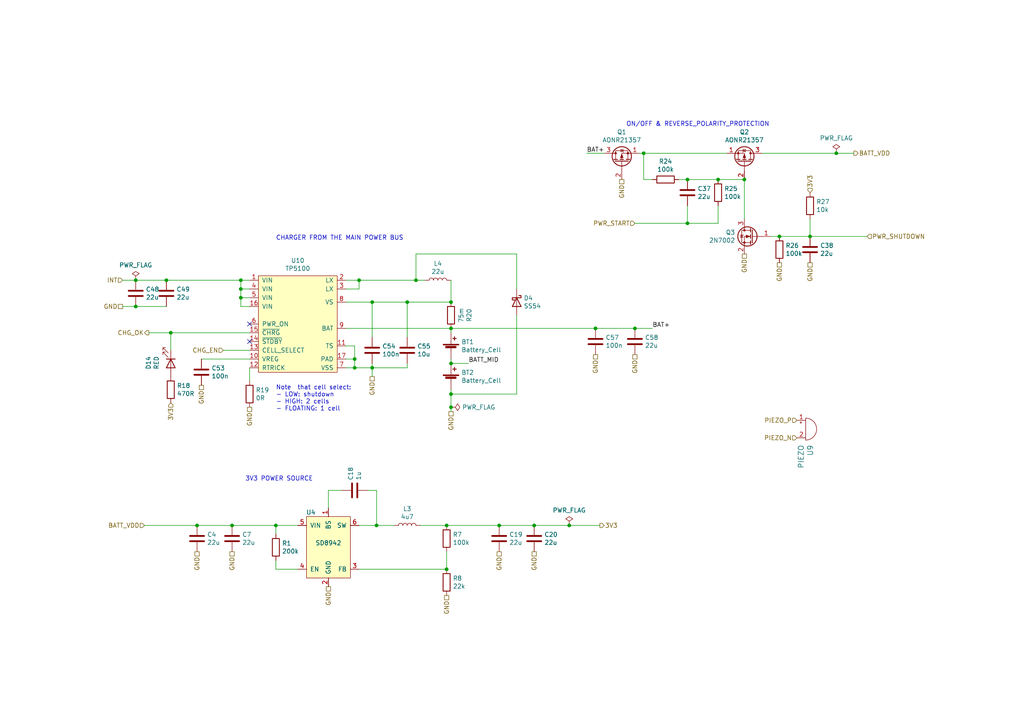
<source format=kicad_sch>
(kicad_sch (version 20230121) (generator eeschema)
  (paper "A4")
  (lib_symbols
    (symbol "Device:Battery_Cell" (pin_numbers hide) (pin_names (offset 0) hide)
      (property "Reference" "BT" (at 2.54 2.54 0))
      (property "Value" "Device_Battery_Cell" (at 2.54 0 0))
      (symbol "Battery_Cell_0_1"
        (rectangle (start -2.286 1.778) (end 2.286 1.524) (fill (type outline)))
        (rectangle (start -1.5748 1.1938) (end 1.4732 0.6858) (fill (type outline)))
        (polyline (pts (xy 0 0.762) (xy 0 0)))
        (polyline (pts (xy 0 1.778) (xy 0 2.54)))
        (polyline (pts (xy 0.508 3.429) (xy 1.524 3.429)) (stroke (width 0.254)))
        (polyline (pts (xy 1.016 3.937) (xy 1.016 2.921)) (stroke (width 0.254)))
      )
      (symbol "Battery_Cell_1_1"
        (pin passive line (at 0 5.08 270) (length 2.54) (name "+") (number "1"))
        (pin passive line (at 0 -2.54 90) (length 2.54) (name "-") (number "2"))
      )
    )
    (symbol "Device:Buzzer" (pin_names (offset 0.0254) hide)
      (property "Reference" "BZ" (at 3.81 1.27 0))
      (property "Value" "Device_Buzzer" (at 3.81 -1.27 0))
      (symbol "Buzzer_0_1"
        (arc (start 0 -3.175) (mid 3.1612 0) (end 0 3.175))
        (polyline (pts (xy -1.651 1.905) (xy -1.143 1.905)))
        (polyline (pts (xy -1.397 2.159) (xy -1.397 1.651)))
        (polyline (pts (xy 0 3.175) (xy 0 -3.175)))
      )
      (symbol "Buzzer_1_1"
        (pin passive line (at -2.54 2.54 0) (length 2.54) (name "-") (number "1"))
        (pin passive line (at -2.54 -2.54 0) (length 2.54) (name "+") (number "2"))
      )
    )
    (symbol "Device:C" (pin_numbers hide) (pin_names (offset 0.254))
      (property "Reference" "C" (at 0.635 2.54 0))
      (property "Value" "Device_C" (at 0.635 -2.54 0))
      (symbol "C_0_1"
        (polyline (pts (xy -2.032 -0.762) (xy 2.032 -0.762)) (stroke (width 0.508)))
        (polyline (pts (xy -2.032 0.762) (xy 2.032 0.762)) (stroke (width 0.508)))
      )
      (symbol "C_1_1"
        (pin passive line (at 0 3.81 270) (length 2.794) (name "~") (number "1"))
        (pin passive line (at 0 -3.81 90) (length 2.794) (name "~") (number "2"))
      )
    )
    (symbol "Device:D_Schottky" (pin_numbers hide) (pin_names (offset 1.016) hide)
      (property "Reference" "D" (at 0 2.54 0))
      (property "Value" "Device_D_Schottky" (at 0 -2.54 0))
      (symbol "D_Schottky_0_1"
        (polyline (pts (xy 1.27 0) (xy -1.27 0)))
        (polyline (pts (xy 1.27 1.27) (xy 1.27 -1.27) (xy -1.27 0) (xy 1.27 1.27)) (stroke (width 0.254)))
        (polyline (pts (xy -1.905 0.635) (xy -1.905 1.27) (xy -1.27 1.27) (xy -1.27 -1.27) (xy -0.635 -1.27) (xy -0.635 -0.635)) (stroke (width 0.254)))
      )
      (symbol "D_Schottky_1_1"
        (pin passive line (at -3.81 0 0) (length 2.54) (name "K") (number "1"))
        (pin passive line (at 3.81 0 180) (length 2.54) (name "A") (number "2"))
      )
    )
    (symbol "Device:L" (pin_numbers hide) (pin_names (offset 1.016) hide)
      (property "Reference" "L" (at -1.27 0 90))
      (property "Value" "Device_L" (at 1.905 0 90))
      (symbol "L_0_1"
        (arc (start 0 -2.54) (mid 0.6323 -1.905) (end 0 -1.27))
        (arc (start 0 -1.27) (mid 0.6323 -0.635) (end 0 0))
        (arc (start 0 0) (mid 0.6323 0.635) (end 0 1.27))
        (arc (start 0 1.27) (mid 0.6323 1.905) (end 0 2.54))
      )
      (symbol "L_1_1"
        (pin passive line (at 0 3.81 270) (length 1.27) (name "1") (number "1"))
        (pin passive line (at 0 -3.81 90) (length 1.27) (name "2") (number "2"))
      )
    )
    (symbol "Device:LED" (pin_numbers hide) (pin_names (offset 1.016) hide)
      (property "Reference" "D" (at 0 2.54 0))
      (property "Value" "Device_LED" (at 0 -2.54 0))
      (symbol "LED_0_1"
        (polyline (pts (xy -1.27 -1.27) (xy -1.27 1.27)) (stroke (width 0.254)))
        (polyline (pts (xy -1.27 0) (xy 1.27 0)))
        (polyline (pts (xy 1.27 -1.27) (xy 1.27 1.27) (xy -1.27 0) (xy 1.27 -1.27)) (stroke (width 0.254)))
        (polyline (pts (xy -3.048 -0.762) (xy -4.572 -2.286) (xy -3.81 -2.286) (xy -4.572 -2.286) (xy -4.572 -1.524)))
        (polyline (pts (xy -1.778 -0.762) (xy -3.302 -2.286) (xy -2.54 -2.286) (xy -3.302 -2.286) (xy -3.302 -1.524)))
      )
      (symbol "LED_1_1"
        (pin passive line (at -3.81 0 0) (length 2.54) (name "K") (number "1"))
        (pin passive line (at 3.81 0 180) (length 2.54) (name "A") (number "2"))
      )
    )
    (symbol "Device:Q_PMOS_SGD" (pin_names (offset 0) hide)
      (property "Reference" "Q" (at 5.08 1.27 0))
      (property "Value" "Device_Q_PMOS_SGD" (at 5.08 -1.27 0))
      (symbol "Q_PMOS_SGD_0_1"
        (polyline (pts (xy 0.254 0) (xy -2.54 0)))
        (polyline (pts (xy 0.254 1.905) (xy 0.254 -1.905)) (stroke (width 0.254)))
        (polyline (pts (xy 0.762 -1.27) (xy 0.762 -2.286)) (stroke (width 0.254)))
        (polyline (pts (xy 0.762 0.508) (xy 0.762 -0.508)) (stroke (width 0.254)))
        (polyline (pts (xy 0.762 2.286) (xy 0.762 1.27)) (stroke (width 0.254)))
        (polyline (pts (xy 2.54 2.54) (xy 2.54 1.778)))
        (polyline (pts (xy 2.54 -2.54) (xy 2.54 0) (xy 0.762 0)))
        (polyline (pts (xy 0.762 1.778) (xy 3.302 1.778) (xy 3.302 -1.778) (xy 0.762 -1.778)))
        (polyline (pts (xy 2.286 0) (xy 1.27 0.381) (xy 1.27 -0.381) (xy 2.286 0)) (fill (type outline)))
        (polyline (pts (xy 2.794 -0.508) (xy 2.921 -0.381) (xy 3.683 -0.381) (xy 3.81 -0.254)))
        (polyline (pts (xy 3.302 -0.381) (xy 2.921 0.254) (xy 3.683 0.254) (xy 3.302 -0.381)))
        (circle (center 1.651 0) (radius 2.794) (stroke (width 0.254)))
        (circle (center 2.54 -1.778) (radius 0.254) (fill (type outline)))
        (circle (center 2.54 1.778) (radius 0.254) (fill (type outline)))
      )
      (symbol "Q_PMOS_SGD_1_1"
        (pin passive line (at 2.54 -5.08 90) (length 2.54) (name "S") (number "1"))
        (pin input line (at -5.08 0 0) (length 2.54) (name "G") (number "2"))
        (pin passive line (at 2.54 5.08 270) (length 2.54) (name "D") (number "3"))
      )
    )
    (symbol "Device:R" (pin_numbers hide) (pin_names (offset 0))
      (property "Reference" "R" (at 2.032 0 90))
      (property "Value" "Device_R" (at 0 0 90))
      (symbol "R_0_1"
        (rectangle (start -1.016 -2.54) (end 1.016 2.54) (stroke (width 0.254)))
      )
      (symbol "R_1_1"
        (pin passive line (at 0 3.81 270) (length 1.27) (name "~") (number "1"))
        (pin passive line (at 0 -3.81 90) (length 1.27) (name "~") (number "2"))
      )
    )
    (symbol "Transistor_FET:2N7002" (pin_names hide)
      (property "Reference" "Q" (at 5.08 1.905 0))
      (property "Value" "Transistor_FET_2N7002" (at 5.08 0 0))
      (symbol "2N7002_0_1"
        (polyline (pts (xy 0.254 0) (xy -2.54 0)))
        (polyline (pts (xy 0.254 1.905) (xy 0.254 -1.905)) (stroke (width 0.254)))
        (polyline (pts (xy 0.762 -1.27) (xy 0.762 -2.286)) (stroke (width 0.254)))
        (polyline (pts (xy 0.762 0.508) (xy 0.762 -0.508)) (stroke (width 0.254)))
        (polyline (pts (xy 0.762 2.286) (xy 0.762 1.27)) (stroke (width 0.254)))
        (polyline (pts (xy 2.54 2.54) (xy 2.54 1.778)))
        (polyline (pts (xy 2.54 -2.54) (xy 2.54 0) (xy 0.762 0)))
        (polyline (pts (xy 0.762 -1.778) (xy 3.302 -1.778) (xy 3.302 1.778) (xy 0.762 1.778)))
        (polyline (pts (xy 1.016 0) (xy 2.032 0.381) (xy 2.032 -0.381) (xy 1.016 0)) (fill (type outline)))
        (polyline (pts (xy 2.794 0.508) (xy 2.921 0.381) (xy 3.683 0.381) (xy 3.81 0.254)))
        (polyline (pts (xy 3.302 0.381) (xy 2.921 -0.254) (xy 3.683 -0.254) (xy 3.302 0.381)))
        (circle (center 1.651 0) (radius 2.794) (stroke (width 0.254)))
        (circle (center 2.54 -1.778) (radius 0.254) (fill (type outline)))
        (circle (center 2.54 1.778) (radius 0.254) (fill (type outline)))
      )
      (symbol "2N7002_1_1"
        (pin input line (at -5.08 0 0) (length 2.54) (name "G") (number "1"))
        (pin passive line (at 2.54 -5.08 90) (length 2.54) (name "S") (number "2"))
        (pin passive line (at 2.54 5.08 270) (length 2.54) (name "D") (number "3"))
      )
    )
    (symbol "power:PWR_FLAG" (power) (pin_numbers hide) (pin_names (offset 0) hide)
      (property "Value" "power_PWR_FLAG" (at 0 3.81 0))
      (symbol "PWR_FLAG_0_0"
        (pin power_out line (at 0 0 90) (length 0) (name "pwr") (number "1"))
      )
      (symbol "PWR_FLAG_0_1"
        (polyline (pts (xy 0 0) (xy 0 1.27) (xy -1.016 1.905) (xy 0 2.54) (xy 1.016 1.905) (xy 0 1.27)))
      )
    )
    (symbol "rofi:SD8942" (pin_names (offset 1.016))
      (property "Reference" "U" (at -5.08 6.35 0))
      (property "Value" "SD8942" (at 0 -3.81 0))
      (symbol "SD8942_0_1"
        (rectangle (start -6.35 5.08) (end 6.35 -12.7) (fill (type background)))
      )
      (symbol "SD8942_1_1"
        (pin passive line (at 0 7.62 270) (length 2.54) (name "BS") (number "1"))
        (pin power_in line (at 0 -15.24 90) (length 2.54) (name "GND") (number "2"))
        (pin input line (at 8.89 -10.16 180) (length 2.54) (name "FB") (number "3"))
        (pin input line (at -8.89 -10.16 0) (length 2.54) (name "EN") (number "4"))
        (pin power_in line (at -8.89 2.54 0) (length 2.54) (name "VIN") (number "5"))
        (pin passive line (at 8.89 2.54 180) (length 2.54) (name "SW") (number "6"))
      )
    )
    (symbol "rofi:TP5100" (pin_names (offset 1.016))
      (property "Reference" "U" (at 8.89 15.24 0))
      (property "Value" "TP5100" (at -7.62 15.24 0))
      (symbol "TP5100_0_1"
        (rectangle (start -11.43 13.97) (end 11.43 -13.97) (fill (type background)))
      )
      (symbol "TP5100_1_1"
        (pin power_in line (at -13.97 12.7 0) (length 2.54) (name "VIN") (number "1"))
        (pin power_out line (at -13.97 -10.16 0) (length 2.54) (name "VREG") (number "10"))
        (pin input line (at 13.97 -6.35 180) (length 2.54) (name "TS") (number "11"))
        (pin input line (at -13.97 -12.7 0) (length 2.54) (name "RTRICK") (number "12"))
        (pin input line (at -13.97 -7.62 0) (length 2.54) (name "CELL_SELECT") (number "13"))
        (pin open_collector line (at -13.97 -5.08 0) (length 2.54) (name "~{STDBY}") (number "14"))
        (pin open_collector line (at -13.97 -2.54 0) (length 2.54) (name "~{CHRG}") (number "15"))
        (pin power_in line (at -13.97 5.08 0) (length 2.54) (name "VIN") (number "16"))
        (pin passive line (at 13.97 -10.16 180) (length 2.54) (name "PAD") (number "17"))
        (pin passive line (at 13.97 12.7 180) (length 2.54) (name "LX") (number "2"))
        (pin passive line (at 13.97 10.16 180) (length 2.54) (name "LX") (number "3"))
        (pin power_in line (at -13.97 10.16 0) (length 2.54) (name "VIN") (number "4"))
        (pin power_in line (at -13.97 7.62 0) (length 2.54) (name "VIN") (number "5"))
        (pin input line (at -13.97 0 0) (length 2.54) (name "PWR_ON") (number "6"))
        (pin power_in line (at 13.97 -12.7 180) (length 2.54) (name "VSS") (number "7"))
        (pin input line (at 13.97 6.35 180) (length 2.54) (name "VS") (number "8"))
        (pin power_out line (at 13.97 -1.27 180) (length 2.54) (name "BAT") (number "9"))
      )
    )
  )
  (junction (at 104.14 81.28))
  (junction (at 130.81 87.63))
  (junction (at 109.22 152.4))
  (junction (at 69.85 81.28))
  (junction (at 80.01 152.4))
  (junction (at 242.57 44.45))
  (junction (at 129.54 165.1))
  (junction (at 226.06 68.58))
  (junction (at 102.87 104.14))
  (junction (at 208.28 52.07))
  (junction (at 69.85 86.36))
  (junction (at 49.53 96.52))
  (junction (at 199.39 52.07))
  (junction (at 186.69 44.45))
  (junction (at 107.95 106.68))
  (junction (at 69.85 83.82))
  (junction (at 172.72 95.25))
  (junction (at 199.39 64.77))
  (junction (at 215.9 52.07))
  (junction (at 130.81 114.3))
  (junction (at 130.81 95.25))
  (junction (at 107.95 87.63))
  (junction (at 118.11 87.63))
  (junction (at 102.87 106.68))
  (junction (at 48.26 81.28))
  (junction (at 165.1 152.4))
  (junction (at 67.31 152.4))
  (junction (at 154.94 152.4))
  (junction (at 129.54 152.4))
  (junction (at 39.37 88.9))
  (junction (at 130.81 105.41))
  (junction (at 120.65 81.28))
  (junction (at 130.81 118.11))
  (junction (at 184.15 95.25))
  (junction (at 57.15 152.4))
  (junction (at 234.95 68.58))
  (junction (at 144.78 152.4))
  (junction (at 39.37 81.28))
  (no_connect (at 72.39 99.06))
  (no_connect (at 72.39 93.98))
  (wire (pts (xy 106.68 142.24) (xy 109.22 142.24)))
  (wire (pts (xy 186.69 44.45) (xy 186.69 52.07)))
  (wire (pts (xy 199.39 64.77) (xy 208.28 64.77)))
  (wire (pts (xy 109.22 142.24) (xy 109.22 152.4)))
  (wire (pts (xy 69.85 86.36) (xy 69.85 83.82)))
  (wire (pts (xy 234.95 63.5) (xy 234.95 68.58)))
  (wire (pts (xy 130.81 104.14) (xy 130.81 105.41)))
  (wire (pts (xy 48.26 88.9) (xy 39.37 88.9)))
  (wire (pts (xy 69.85 88.9) (xy 69.85 86.36)))
  (wire (pts (xy 35.56 81.28) (xy 39.37 81.28)))
  (wire (pts (xy 39.37 88.9) (xy 35.56 88.9)))
  (wire (pts (xy 170.18 44.45) (xy 175.26 44.45)))
  (wire (pts (xy 109.22 152.4) (xy 104.14 152.4)))
  (wire (pts (xy 72.39 88.9) (xy 69.85 88.9)))
  (wire (pts (xy 242.57 44.45) (xy 247.65 44.45)))
  (wire (pts (xy 199.39 59.69) (xy 199.39 64.77)))
  (wire (pts (xy 86.36 152.4) (xy 80.01 152.4)))
  (wire (pts (xy 184.15 64.77) (xy 199.39 64.77)))
  (wire (pts (xy 149.86 73.66) (xy 149.86 83.82)))
  (wire (pts (xy 100.33 95.25) (xy 130.81 95.25)))
  (wire (pts (xy 186.69 44.45) (xy 210.82 44.45)))
  (wire (pts (xy 72.39 96.52) (xy 49.53 96.52)))
  (wire (pts (xy 208.28 64.77) (xy 208.28 59.69)))
  (wire (pts (xy 149.86 114.3) (xy 130.81 114.3)))
  (wire (pts (xy 199.39 52.07) (xy 208.28 52.07)))
  (wire (pts (xy 67.31 152.4) (xy 80.01 152.4)))
  (wire (pts (xy 220.98 44.45) (xy 242.57 44.45)))
  (wire (pts (xy 130.81 87.63) (xy 118.11 87.63)))
  (wire (pts (xy 196.85 52.07) (xy 199.39 52.07)))
  (wire (pts (xy 48.26 81.28) (xy 69.85 81.28)))
  (wire (pts (xy 130.81 96.52) (xy 130.81 95.25)))
  (wire (pts (xy 130.81 105.41) (xy 135.89 105.41)))
  (wire (pts (xy 154.94 152.4) (xy 165.1 152.4)))
  (wire (pts (xy 184.15 95.25) (xy 189.23 95.25)))
  (wire (pts (xy 149.86 91.44) (xy 149.86 114.3)))
  (wire (pts (xy 104.14 81.28) (xy 104.14 83.82)))
  (wire (pts (xy 215.9 52.07) (xy 215.9 63.5)))
  (wire (pts (xy 226.06 68.58) (xy 234.95 68.58)))
  (wire (pts (xy 107.95 105.41) (xy 107.95 106.68)))
  (wire (pts (xy 109.22 152.4) (xy 114.3 152.4)))
  (wire (pts (xy 107.95 106.68) (xy 118.11 106.68)))
  (wire (pts (xy 208.28 52.07) (xy 215.9 52.07)))
  (wire (pts (xy 95.25 142.24) (xy 99.06 142.24)))
  (wire (pts (xy 144.78 152.4) (xy 129.54 152.4)))
  (wire (pts (xy 118.11 106.68) (xy 118.11 105.41)))
  (wire (pts (xy 104.14 81.28) (xy 120.65 81.28)))
  (wire (pts (xy 100.33 104.14) (xy 102.87 104.14)))
  (wire (pts (xy 118.11 87.63) (xy 107.95 87.63)))
  (wire (pts (xy 107.95 106.68) (xy 107.95 109.22)))
  (wire (pts (xy 100.33 106.68) (xy 102.87 106.68)))
  (wire (pts (xy 41.91 152.4) (xy 57.15 152.4)))
  (wire (pts (xy 104.14 83.82) (xy 100.33 83.82)))
  (wire (pts (xy 185.42 44.45) (xy 186.69 44.45)))
  (wire (pts (xy 102.87 100.33) (xy 102.87 104.14)))
  (wire (pts (xy 234.95 68.58) (xy 251.46 68.58)))
  (wire (pts (xy 186.69 52.07) (xy 189.23 52.07)))
  (wire (pts (xy 100.33 100.33) (xy 102.87 100.33)))
  (wire (pts (xy 130.81 118.11) (xy 130.81 119.38)))
  (wire (pts (xy 48.26 81.28) (xy 39.37 81.28)))
  (wire (pts (xy 118.11 97.79) (xy 118.11 87.63)))
  (wire (pts (xy 144.78 152.4) (xy 154.94 152.4)))
  (wire (pts (xy 49.53 101.6) (xy 49.53 96.52)))
  (wire (pts (xy 64.77 101.6) (xy 72.39 101.6)))
  (wire (pts (xy 72.39 81.28) (xy 69.85 81.28)))
  (wire (pts (xy 95.25 147.32) (xy 95.25 142.24)))
  (wire (pts (xy 100.33 81.28) (xy 104.14 81.28)))
  (wire (pts (xy 120.65 73.66) (xy 120.65 81.28)))
  (wire (pts (xy 130.81 113.03) (xy 130.81 114.3)))
  (wire (pts (xy 149.86 73.66) (xy 120.65 73.66)))
  (wire (pts (xy 130.81 114.3) (xy 130.81 118.11)))
  (wire (pts (xy 129.54 152.4) (xy 121.92 152.4)))
  (wire (pts (xy 102.87 106.68) (xy 107.95 106.68)))
  (wire (pts (xy 107.95 97.79) (xy 107.95 87.63)))
  (wire (pts (xy 43.18 96.52) (xy 49.53 96.52)))
  (wire (pts (xy 130.81 81.28) (xy 130.81 87.63)))
  (wire (pts (xy 80.01 162.56) (xy 80.01 165.1)))
  (wire (pts (xy 120.65 81.28) (xy 123.19 81.28)))
  (wire (pts (xy 80.01 165.1) (xy 86.36 165.1)))
  (wire (pts (xy 223.52 68.58) (xy 226.06 68.58)))
  (wire (pts (xy 172.72 95.25) (xy 184.15 95.25)))
  (wire (pts (xy 173.99 152.4) (xy 165.1 152.4)))
  (wire (pts (xy 58.42 104.14) (xy 72.39 104.14)))
  (wire (pts (xy 72.39 86.36) (xy 69.85 86.36)))
  (wire (pts (xy 80.01 154.94) (xy 80.01 152.4)))
  (wire (pts (xy 102.87 104.14) (xy 102.87 106.68)))
  (wire (pts (xy 69.85 83.82) (xy 69.85 81.28)))
  (wire (pts (xy 107.95 87.63) (xy 100.33 87.63)))
  (wire (pts (xy 72.39 110.49) (xy 72.39 106.68)))
  (wire (pts (xy 104.14 165.1) (xy 129.54 165.1)))
  (wire (pts (xy 130.81 95.25) (xy 172.72 95.25)))
  (wire (pts (xy 67.31 152.4) (xy 57.15 152.4)))
  (wire (pts (xy 69.85 83.82) (xy 72.39 83.82)))
  (wire (pts (xy 129.54 165.1) (xy 129.54 160.02)))
  (text "3V3 POWER SOURCE" (at 71.12 139.7 0) (effects (font (size 1.27 1.27)) (justify left bottom)))
  (text "Note  that cell select:\n- LOW: shutdown\n- HIGH: 2 cells\n- FLOATING: 1 cell" (at 80.01 119.38 0) (effects (font (size 1.27 1.27)) (justify left bottom)))
  (text "CHARGER FROM THE MAIN POWER BUS" (at 80.01 69.85 0) (effects (font (size 1.27 1.27)) (justify left bottom)))
  (text "ON/OFF & REVERSE_POLARITY_PROTECTION" (at 181.61 36.83 0) (effects (font (size 1.27 1.27)) (justify left bottom)))
  (label "BATT_MID" (at 135.89 105.41 0))
  (label "BAT+" (at 189.23 95.25 0))
  (label "BAT+" (at 170.18 44.45 0))
  (hierarchical_label "GND" (shape passive) (at 215.9 73.66 270))
  (hierarchical_label "PIEZO_N" (shape input) (at 231.14 127 180))
  (hierarchical_label "GND" (shape passive) (at 107.95 109.22 270))
  (hierarchical_label "GND" (shape passive) (at 184.15 102.87 270))
  (hierarchical_label "CHG_EN" (shape input) (at 64.77 101.6 180))
  (hierarchical_label "CHG_OK" (shape output) (at 43.18 96.52 180))
  (hierarchical_label "GND" (shape passive) (at 58.42 111.76 270))
  (hierarchical_label "PWR_START" (shape input) (at 184.15 64.77 180))
  (hierarchical_label "PWR_SHUTDOWN" (shape input) (at 251.46 68.58 0))
  (hierarchical_label "GND" (shape passive) (at 72.39 118.11 270))
  (hierarchical_label "3V3" (shape input) (at 234.95 55.88 90))
  (hierarchical_label "3V3" (shape output) (at 173.99 152.4 0))
  (hierarchical_label "GND" (shape passive) (at 144.78 160.02 270))
  (hierarchical_label "GND" (shape passive) (at 180.34 52.07 270))
  (hierarchical_label "GND" (shape passive) (at 234.95 76.2 270))
  (hierarchical_label "GND" (shape passive) (at 130.81 119.38 270))
  (hierarchical_label "GND" (shape passive) (at 226.06 76.2 270))
  (hierarchical_label "BATT_VDD" (shape output) (at 247.65 44.45 0))
  (hierarchical_label "3V3" (shape input) (at 49.53 116.84 270))
  (hierarchical_label "GND" (shape passive) (at 129.54 172.72 270))
  (hierarchical_label "PIEZO_P" (shape input) (at 231.14 121.92 180))
  (hierarchical_label "GND" (shape passive) (at 67.31 160.02 270))
  (hierarchical_label "GND" (shape passive) (at 57.15 160.02 270))
  (hierarchical_label "BATT_VDD" (shape input) (at 41.91 152.4 180))
  (hierarchical_label "INT" (shape input) (at 35.56 81.28 180))
  (hierarchical_label "GND" (shape passive) (at 95.25 170.18 270))
  (hierarchical_label "GND" (shape passive) (at 35.56 88.9 180))
  (hierarchical_label "GND" (shape passive) (at 172.72 102.87 270))
  (hierarchical_label "GND" (shape passive) (at 154.94 160.02 270))
  (symbol (lib_id "Device:LED") (at 49.53 105.41 270) (unit 1)
    (property "Reference" "D14" (at 43.053 105.2322 0))
    (property "Value" "RED" (at 45.3644 105.2322 0))
    (property "Footprint" "LED_SMD:LED_0603_1608Metric" (effects hide))
    (property "LCSC" "C2286" (effects hide))
  )
  (symbol (lib_id "Device:Battery_Cell") (at 130.81 101.6 0) (unit 1)
    (property "Reference" "BT1" (at 133.8072 99.1616 0) (effects (justify left)))
    (property "Value" "Battery_Cell" (at 133.8072 101.473 0) (effects (justify left)))
    (property "Footprint" "rofi:BATTERY_18350" (effects hide))
    (property "#manf" "2x 1017-1" (effects hide))
    (property "JLCPCB_IGNORE" "YES" (effects hide))
  )
  (symbol (lib_id "Device:Battery_Cell") (at 130.81 110.49 0) (unit 1)
    (property "Reference" "BT2" (at 133.8072 108.0516 0) (effects (justify left)))
    (property "Value" "Battery_Cell" (at 133.8072 110.363 0) (effects (justify left)))
    (property "Footprint" "rofi:BATTERY_18350" (effects hide))
    (property "#manf" "2x 1017-1" (effects hide))
    (property "JLCPCB_IGNORE" "YES" (effects hide))
  )
  (symbol (lib_id "Device:R") (at 193.04 52.07 270) (unit 1)
    (property "Reference" "R24" (at 193.04 46.8122 90))
    (property "Value" "100k" (at 193.04 49.1236 90))
    (property "Footprint" "Resistor_SMD:R_0402_1005Metric" (effects hide))
    (property "#manf" "RT0402FRE07100KL" (effects hide))
    (property "LCSC" "C25741" (effects hide))
  )
  (symbol (lib_id "Device:C") (at 199.39 55.88 0) (unit 1)
    (property "Reference" "C37" (at 202.311 54.7116 0) (effects (justify left)))
    (property "Value" "22u" (at 202.311 57.023 0) (effects (justify left)))
    (property "Footprint" "Capacitor_SMD:C_0805_2012Metric" (effects hide))
    (property "#manf" "GRM21BR61C226ME44L" (effects hide))
    (property "LCSC" "C45783" (effects hide))
  )
  (symbol (lib_id "Device:R") (at 208.28 55.88 0) (unit 1)
    (property "Reference" "R25" (at 210.058 54.7116 0) (effects (justify left)))
    (property "Value" "100k" (at 210.058 57.023 0) (effects (justify left)))
    (property "Footprint" "Resistor_SMD:R_0402_1005Metric" (effects hide))
    (property "#manf" "MCS04020C7503FE000" (effects hide))
    (property "LCSC" "C25741" (effects hide))
  )
  (symbol (lib_id "Device:R") (at 226.06 72.39 0) (unit 1)
    (property "Reference" "R26" (at 227.838 71.2216 0) (effects (justify left)))
    (property "Value" "100k" (at 227.838 73.533 0) (effects (justify left)))
    (property "Footprint" "Resistor_SMD:R_0402_1005Metric" (effects hide))
    (property "#manf" "MCS04020C7503FE000" (effects hide))
    (property "LCSC" "C25741" (effects hide))
  )
  (symbol (lib_id "Device:C") (at 234.95 72.39 0) (unit 1)
    (property "Reference" "C38" (at 237.871 71.2216 0) (effects (justify left)))
    (property "Value" "22u" (at 237.871 73.533 0) (effects (justify left)))
    (property "Footprint" "Capacitor_SMD:C_0805_2012Metric" (effects hide))
    (property "#manf" "GRM21BR61C226ME44L" (effects hide))
    (property "LCSC" "C45783" (effects hide))
  )
  (symbol (lib_id "Device:R") (at 234.95 59.69 0) (unit 1)
    (property "Reference" "R27" (at 236.728 58.5216 0) (effects (justify left)))
    (property "Value" "10k" (at 236.728 60.833 0) (effects (justify left)))
    (property "Footprint" "Resistor_SMD:R_0402_1005Metric" (effects hide))
    (property "#manf" "RT0402FRE0710KL" (effects hide))
    (property "LCSC" "C25744" (effects hide))
  )
  (symbol (lib_id "power:PWR_FLAG") (at 242.57 44.45 0) (unit 1)
    (property "Reference" "#FLG0102" (effects hide))
    (property "Value" "PWR_FLAG" (at 242.57 40.0558 0))
  )
  (symbol (lib_id "Device:Q_PMOS_SGD") (at 215.9 46.99 270) (mirror x) (unit 1)
    (property "Reference" "Q2" (at 215.9 38.3032 90))
    (property "Value" "AONR21357" (at 215.9 40.6146 90))
    (property "Footprint" "rofi:DFN3.3X3.3-EP" (effects hide))
    (property "LCSC" "C431196" (effects hide))
    (property "JLCPCB_CORRECTION" "0;0;-90" (effects hide))
  )
  (symbol (lib_id "Device:Q_PMOS_SGD") (at 180.34 46.99 90) (unit 1)
    (property "Reference" "Q1" (at 180.34 38.3032 90))
    (property "Value" "AONR21357" (at 180.34 40.6146 90))
    (property "Footprint" "rofi:DFN3.3X3.3-EP" (effects hide))
    (property "LCSC" "C431196" (effects hide))
    (property "JLCPCB_CORRECTION" "0;0;-90" (effects hide))
  )
  (symbol (lib_id "Transistor_FET:2N7002") (at 218.44 68.58 0) (mirror y) (unit 1)
    (property "Reference" "Q3" (at 213.233 67.4116 0) (effects (justify left)))
    (property "Value" "2N7002" (at 213.233 69.723 0) (effects (justify left)))
    (property "Footprint" "Package_TO_SOT_SMD:SOT-23" (effects hide))
    (property "Datasheet" "https://www.fairchildsemi.com/datasheets/2N/2N7002.pdf" (effects hide))
    (property "LCSC" "C8545" (effects hide))
    (property "JLCPCB_CORRECTION" "0;0;180" (effects hide))
  )
  (symbol (lib_id "rofi:TP5100") (at 86.36 93.98 0) (unit 1)
    (property "Reference" "U10" (at 86.36 75.565 0))
    (property "Value" "TP5100" (at 86.36 77.8764 0))
    (property "Footprint" "Package_DFN_QFN:QFN-16-1EP_4x4mm_P0.65mm_EP2.1x2.1mm" (effects hide))
    (property "LCSC" "C379389" (effects hide))
    (property "JLCPCB_CORRECTION" "0;0;-90" (effects hide))
  )
  (symbol (lib_id "Device:L") (at 127 81.28 90) (unit 1)
    (property "Reference" "L4" (at 127 76.454 90))
    (property "Value" "22u" (at 127 78.7654 90))
    (property "Footprint" "rofi:SLO0630H" (effects hide))
    (property "LCSC" "C207843" (effects hide))
  )
  (symbol (lib_id "Device:R") (at 130.81 91.44 180) (unit 1)
    (property "Reference" "R20" (at 136.0678 91.44 90))
    (property "Value" "75m" (at 133.7564 91.44 90))
    (property "Footprint" "Resistor_SMD:R_1206_3216Metric" (effects hide))
    (property "LCSC" "C127704" (effects hide))
  )
  (symbol (lib_id "power:PWR_FLAG") (at 130.81 118.11 270) (unit 1)
    (property "Reference" "#FLG0103" (effects hide))
    (property "Value" "PWR_FLAG" (at 134.0358 118.11 90) (effects (justify left)))
  )
  (symbol (lib_id "Device:D_Schottky") (at 149.86 87.63 270) (unit 1)
    (property "Reference" "D4" (at 151.892 86.4616 90) (effects (justify left)))
    (property "Value" "SS54" (at 151.892 88.773 90) (effects (justify left)))
    (property "Footprint" "Diode_SMD:D_SMA" (effects hide))
    (property "LCSC" "C22452" (effects hide))
  )
  (symbol (lib_id "Device:C") (at 107.95 101.6 0) (unit 1)
    (property "Reference" "C54" (at 110.871 100.4316 0) (effects (justify left)))
    (property "Value" "100n" (at 110.871 102.743 0) (effects (justify left)))
    (property "Footprint" "Capacitor_SMD:C_0402_1005Metric" (effects hide))
    (property "LCSC" "C1525" (effects hide))
  )
  (symbol (lib_id "Device:C") (at 118.11 101.6 0) (unit 1)
    (property "Reference" "C55" (at 121.031 100.4316 0) (effects (justify left)))
    (property "Value" "10u" (at 121.031 102.743 0) (effects (justify left)))
    (property "Footprint" "Capacitor_SMD:C_0805_2012Metric" (effects hide))
    (property "LCSC" "C15850" (effects hide))
  )
  (symbol (lib_id "Device:C") (at 172.72 99.06 0) (unit 1)
    (property "Reference" "C57" (at 175.641 97.8916 0) (effects (justify left)))
    (property "Value" "100n" (at 175.641 100.203 0) (effects (justify left)))
    (property "Footprint" "Capacitor_SMD:C_0402_1005Metric" (effects hide))
    (property "LCSC" "C1525" (effects hide))
  )
  (symbol (lib_id "Device:C") (at 58.42 107.95 0) (unit 1)
    (property "Reference" "C53" (at 61.341 106.7816 0) (effects (justify left)))
    (property "Value" "100n" (at 61.341 109.093 0) (effects (justify left)))
    (property "Footprint" "Capacitor_SMD:C_0402_1005Metric" (effects hide))
    (property "LCSC" "C1525" (effects hide))
  )
  (symbol (lib_id "Device:C") (at 48.26 85.09 0) (unit 1)
    (property "Reference" "C49" (at 51.181 83.9216 0) (effects (justify left)))
    (property "Value" "22u" (at 51.181 86.233 0) (effects (justify left)))
    (property "Footprint" "Capacitor_SMD:C_0805_2012Metric" (effects hide))
    (property "#manf" "GRM21BR61C226ME44L" (effects hide))
    (property "LCSC" "C45783" (effects hide))
  )
  (symbol (lib_id "Device:C") (at 39.37 85.09 0) (unit 1)
    (property "Reference" "C48" (at 42.291 83.9216 0) (effects (justify left)))
    (property "Value" "22u" (at 42.291 86.233 0) (effects (justify left)))
    (property "Footprint" "Capacitor_SMD:C_0805_2012Metric" (effects hide))
    (property "#manf" "GRM21BR61C226ME44L" (effects hide))
    (property "LCSC" "C45783" (effects hide))
  )
  (symbol (lib_id "Device:R") (at 72.39 114.3 0) (unit 1)
    (property "Reference" "R19" (at 74.168 113.1316 0) (effects (justify left)))
    (property "Value" "0R" (at 74.168 115.443 0) (effects (justify left)))
    (property "Footprint" "Resistor_SMD:R_0402_1005Metric" (effects hide))
    (property "LCSC" "C17168" (effects hide))
  )
  (symbol (lib_id "Device:C") (at 184.15 99.06 0) (unit 1)
    (property "Reference" "C58" (at 187.071 97.8916 0) (effects (justify left)))
    (property "Value" "22u" (at 187.071 100.203 0) (effects (justify left)))
    (property "Footprint" "Capacitor_SMD:C_0805_2012Metric" (effects hide))
    (property "#manf" "GRM21BR61C226ME44L" (effects hide))
    (property "LCSC" "C45783" (effects hide))
  )
  (symbol (lib_id "Device:R") (at 49.53 113.03 0) (unit 1)
    (property "Reference" "R18" (at 51.308 111.8616 0) (effects (justify left)))
    (property "Value" "470R" (at 51.308 114.173 0) (effects (justify left)))
    (property "Footprint" "Resistor_SMD:R_0402_1005Metric" (effects hide))
    (property "LCSC" "C25117" (effects hide))
  )
  (symbol (lib_id "Device:C") (at 102.87 142.24 90) (unit 1)
    (property "Reference" "C18" (at 101.7016 139.319 0) (effects (justify left)))
    (property "Value" "1u" (at 104.013 139.319 0) (effects (justify left)))
    (property "Footprint" "Capacitor_SMD:C_0603_1608Metric" (effects hide))
    (property "LCSC" "C15849" (effects hide))
  )
  (symbol (lib_id "Device:L") (at 118.11 152.4 90) (unit 1)
    (property "Reference" "L3" (at 118.11 147.574 90))
    (property "Value" "4u7" (at 118.11 149.8854 90))
    (property "Footprint" "rofi:SMNR5020" (effects hide))
    (property "LCSC" "C135283" (effects hide))
  )
  (symbol (lib_id "Device:R") (at 129.54 168.91 0) (unit 1)
    (property "Reference" "R8" (at 131.318 167.7416 0) (effects (justify left)))
    (property "Value" "22k" (at 131.318 170.053 0) (effects (justify left)))
    (property "Footprint" "Resistor_SMD:R_0402_1005Metric" (effects hide))
    (property "LCSC" "C25768" (effects hide))
  )
  (symbol (lib_id "Device:R") (at 80.01 158.75 0) (unit 1)
    (property "Reference" "R1" (at 81.788 157.5816 0) (effects (justify left)))
    (property "Value" "200k" (at 81.788 159.893 0) (effects (justify left)))
    (property "Footprint" "Resistor_SMD:R_0402_1005Metric" (effects hide))
    (property "LCSC" "C25764" (effects hide))
  )
  (symbol (lib_id "Device:C") (at 67.31 156.21 0) (unit 1)
    (property "Reference" "C7" (at 70.231 155.0416 0) (effects (justify left)))
    (property "Value" "22u" (at 70.231 157.353 0) (effects (justify left)))
    (property "Footprint" "Capacitor_SMD:C_0805_2012Metric" (effects hide))
    (property "LCSC" "C45783" (effects hide))
  )
  (symbol (lib_id "Device:C") (at 57.15 156.21 0) (unit 1)
    (property "Reference" "C4" (at 60.071 155.0416 0) (effects (justify left)))
    (property "Value" "22u" (at 60.071 157.353 0) (effects (justify left)))
    (property "Footprint" "Capacitor_SMD:C_0805_2012Metric" (effects hide))
    (property "LCSC" "C45783" (effects hide))
  )
  (symbol (lib_id "Device:C") (at 144.78 156.21 0) (unit 1)
    (property "Reference" "C19" (at 147.701 155.0416 0) (effects (justify left)))
    (property "Value" "22u" (at 147.701 157.353 0) (effects (justify left)))
    (property "Footprint" "Capacitor_SMD:C_0805_2012Metric" (effects hide))
    (property "LCSC" "C45783" (effects hide))
  )
  (symbol (lib_id "Device:C") (at 154.94 156.21 0) (unit 1)
    (property "Reference" "C20" (at 157.861 155.0416 0) (effects (justify left)))
    (property "Value" "22u" (at 157.861 157.353 0) (effects (justify left)))
    (property "Footprint" "Capacitor_SMD:C_0805_2012Metric" (effects hide))
    (property "LCSC" "C45783" (effects hide))
  )
  (symbol (lib_id "power:PWR_FLAG") (at 165.1 152.4 0) (unit 1)
    (property "Reference" "#FLG0101" (effects hide))
    (property "Value" "PWR_FLAG" (at 165.1 148.0058 0))
  )
  (symbol (lib_id "rofi:SD8942") (at 95.25 154.94 0) (unit 1)
    (property "Reference" "U4" (at 90.17 148.59 0))
    (property "Value" "SD8942" (at 95.25 157.48 0))
    (property "Footprint" "Package_TO_SOT_SMD:SOT-23-6" (effects hide))
    (property "LCSC" "C250795" (effects hide))
    (property "JLCPCB_CORRECTION" "0;0;-90" (effects hide))
  )
  (symbol (lib_id "Device:R") (at 129.54 156.21 0) (unit 1)
    (property "Reference" "R7" (at 131.318 155.0416 0) (effects (justify left)))
    (property "Value" "100k" (at 131.318 157.353 0) (effects (justify left)))
    (property "Footprint" "Resistor_SMD:R_0402_1005Metric" (effects hide))
    (property "LCSC" "C25741" (effects hide))
  )
  (symbol (lib_id "Device:Buzzer") (at 233.68 124.46 0) (unit 1)
    (property "Reference" "U9" (at 235.0262 128.9812 90) (effects (font (size 1.524 1.524)) (justify right)))
    (property "Value" "PIEZO" (at 232.3338 128.9812 90) (effects (font (size 1.524 1.524)) (justify right)))
    (property "Footprint" "rofi:CST-931AP" (effects hide))
    (property "MFR" "CST-931AP" (effects hide))
    (property "MFR_QTY" "1" (effects hide))
    (property "JLCPCB_IGNORE" "YES" (effects hide))
  )
  (symbol (lib_id "power:PWR_FLAG") (at 39.37 81.28 0) (unit 1)
    (property "Reference" "#FLG0107" (effects hide))
    (property "Value" "PWR_FLAG" (at 39.37 76.8858 0))
  )
)
</source>
